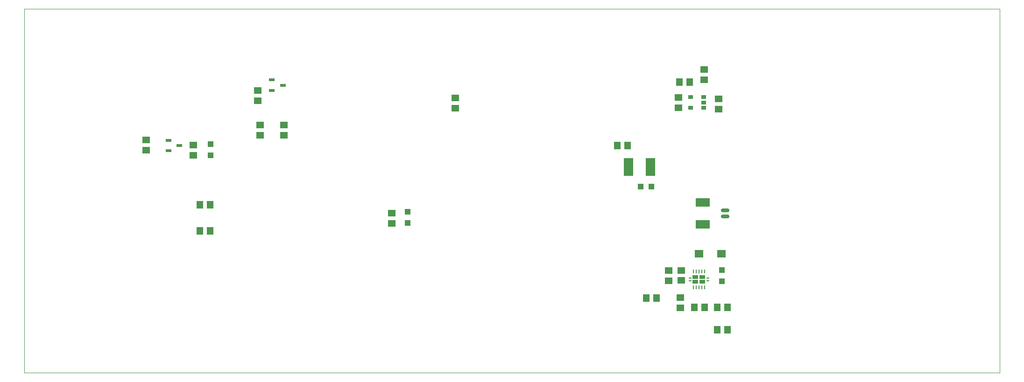
<source format=gbp>
%FSLAX25Y25*%
%MOIN*%
G70*
G01*
G75*
G04 Layer_Color=128*
G04:AMPARAMS|DCode=10|XSize=23.62mil|YSize=61.02mil|CornerRadius=5.91mil|HoleSize=0mil|Usage=FLASHONLY|Rotation=0.000|XOffset=0mil|YOffset=0mil|HoleType=Round|Shape=RoundedRectangle|*
%AMROUNDEDRECTD10*
21,1,0.02362,0.04921,0,0,0.0*
21,1,0.01181,0.06102,0,0,0.0*
1,1,0.01181,0.00591,-0.02461*
1,1,0.01181,-0.00591,-0.02461*
1,1,0.01181,-0.00591,0.02461*
1,1,0.01181,0.00591,0.02461*
%
%ADD10ROUNDEDRECTD10*%
%ADD11R,0.05906X0.09843*%
%ADD12O,0.07480X0.02362*%
%ADD13O,0.01378X0.07087*%
%ADD14R,0.09843X0.05906*%
G04:AMPARAMS|DCode=15|XSize=23.62mil|YSize=61.02mil|CornerRadius=5.91mil|HoleSize=0mil|Usage=FLASHONLY|Rotation=270.000|XOffset=0mil|YOffset=0mil|HoleType=Round|Shape=RoundedRectangle|*
%AMROUNDEDRECTD15*
21,1,0.02362,0.04921,0,0,270.0*
21,1,0.01181,0.06102,0,0,270.0*
1,1,0.01181,-0.02461,-0.00591*
1,1,0.01181,-0.02461,0.00591*
1,1,0.01181,0.02461,0.00591*
1,1,0.01181,0.02461,-0.00591*
%
%ADD15ROUNDEDRECTD15*%
%ADD16R,0.03937X0.05315*%
%ADD17R,0.04134X0.04331*%
%ADD18R,0.03150X0.01969*%
%ADD19R,0.01969X0.03150*%
%ADD20R,0.04724X0.05315*%
%ADD21R,0.05315X0.04724*%
%ADD22R,0.05709X0.04528*%
%ADD23R,0.04528X0.05709*%
%ADD24C,0.03937*%
%ADD25C,0.01500*%
%ADD26C,0.02000*%
%ADD27C,0.01300*%
%ADD28C,0.04000*%
%ADD29C,0.05000*%
%ADD30C,0.03000*%
%ADD31C,0.06500*%
%ADD32C,0.06000*%
%ADD33C,0.00100*%
%ADD34C,0.07874*%
%ADD35R,0.05906X0.05906*%
%ADD36C,0.05906*%
%ADD37C,0.11024*%
%ADD38C,0.15354*%
%ADD39C,0.06000*%
%ADD40C,0.11417*%
%ADD41R,0.05906X0.05906*%
%ADD42P,0.05966X8X112.5*%
%ADD43C,0.05512*%
%ADD44C,0.11811*%
%ADD45C,0.05000*%
%ADD46C,0.02284*%
%ADD47C,0.10236*%
%ADD48C,0.15700*%
%ADD49C,0.04000*%
%ADD50C,0.02000*%
%ADD51C,0.06200*%
%ADD52R,0.06693X0.12598*%
%ADD53R,0.09449X0.06496*%
%ADD54O,0.01102X0.03347*%
%ADD55R,0.03543X0.02559*%
%ADD56R,0.06102X0.05512*%
%ADD57R,0.04331X0.04134*%
%ADD58R,0.03937X0.02362*%
%ADD59C,0.04500*%
%ADD60C,0.01000*%
%ADD61C,0.02500*%
%ADD62C,0.07000*%
%ADD63C,0.03500*%
%ADD64C,0.05500*%
%ADD65R,0.02756X0.01102*%
%ADD66C,0.01575*%
%ADD67C,0.02362*%
%ADD68C,0.00787*%
%ADD69C,0.00800*%
G04:AMPARAMS|DCode=70|XSize=31.62mil|YSize=69.02mil|CornerRadius=9.91mil|HoleSize=0mil|Usage=FLASHONLY|Rotation=0.000|XOffset=0mil|YOffset=0mil|HoleType=Round|Shape=RoundedRectangle|*
%AMROUNDEDRECTD70*
21,1,0.03162,0.04921,0,0,0.0*
21,1,0.01181,0.06902,0,0,0.0*
1,1,0.01981,0.00591,-0.02461*
1,1,0.01981,-0.00591,-0.02461*
1,1,0.01981,-0.00591,0.02461*
1,1,0.01981,0.00591,0.02461*
%
%ADD70ROUNDEDRECTD70*%
%ADD71R,0.06706X0.10642*%
%ADD72O,0.08280X0.03162*%
%ADD73O,0.02178X0.07887*%
%ADD74R,0.10642X0.06706*%
G04:AMPARAMS|DCode=75|XSize=31.62mil|YSize=69.02mil|CornerRadius=9.91mil|HoleSize=0mil|Usage=FLASHONLY|Rotation=270.000|XOffset=0mil|YOffset=0mil|HoleType=Round|Shape=RoundedRectangle|*
%AMROUNDEDRECTD75*
21,1,0.03162,0.04921,0,0,270.0*
21,1,0.01181,0.06902,0,0,270.0*
1,1,0.01981,-0.02461,-0.00591*
1,1,0.01981,-0.02461,0.00591*
1,1,0.01981,0.02461,0.00591*
1,1,0.01981,0.02461,-0.00591*
%
%ADD75ROUNDEDRECTD75*%
%ADD76R,0.04737X0.06115*%
%ADD77R,0.04934X0.05131*%
%ADD78R,0.03950X0.02769*%
%ADD79R,0.02769X0.03950*%
%ADD80R,0.05524X0.06115*%
%ADD81R,0.06115X0.05524*%
%ADD82R,0.06509X0.05328*%
%ADD83R,0.05328X0.06509*%
%ADD84C,0.08674*%
%ADD85R,0.06706X0.06706*%
%ADD86C,0.06706*%
%ADD87C,0.11824*%
%ADD88C,0.16154*%
%ADD89C,0.06800*%
%ADD90C,0.12217*%
%ADD91R,0.06706X0.06706*%
%ADD92P,0.06832X8X112.5*%
%ADD93C,0.06312*%
%ADD94C,0.12611*%
%ADD95C,0.05800*%
%ADD96C,0.03084*%
%ADD97C,0.11036*%
%ADD98C,0.16500*%
%ADD99C,0.04800*%
%ADD100C,0.02800*%
%ADD101C,0.07000*%
%ADD102R,0.07493X0.13398*%
%ADD103R,0.10000X0.07047*%
%ADD104O,0.01654X0.03898*%
%ADD105R,0.04343X0.03359*%
%ADD106R,0.06902X0.06312*%
%ADD107R,0.05131X0.04934*%
%ADD108R,0.04737X0.03162*%
%ADD109R,0.03556X0.01902*%
%ADD110R,0.04134X0.02677*%
%ADD111R,0.01969X0.01024*%
%ADD112O,0.00906X0.03150*%
D14*
X484150Y106100D02*
D03*
Y121700D02*
D03*
D15*
X500350Y116100D02*
D03*
Y111900D02*
D03*
D17*
X132750Y163350D02*
D03*
Y155476D02*
D03*
X273399Y115005D02*
D03*
Y107131D02*
D03*
X498008Y73337D02*
D03*
Y65463D02*
D03*
D20*
X474719Y207732D02*
D03*
X467435D02*
D03*
X501850Y46900D02*
D03*
X494567D02*
D03*
X443867Y53500D02*
D03*
X451150D02*
D03*
X485550Y46900D02*
D03*
X478267D02*
D03*
D21*
X168350Y169858D02*
D03*
Y177142D02*
D03*
X307482Y189248D02*
D03*
Y196531D02*
D03*
X166419Y194558D02*
D03*
Y201842D02*
D03*
X86850Y166292D02*
D03*
Y159009D02*
D03*
X485050Y209580D02*
D03*
Y216863D02*
D03*
X468109Y53842D02*
D03*
Y46558D02*
D03*
D22*
X185350Y177142D02*
D03*
Y169858D02*
D03*
X120390Y162709D02*
D03*
Y155426D02*
D03*
X262150Y106934D02*
D03*
Y114217D02*
D03*
X467035Y189500D02*
D03*
Y196783D02*
D03*
X495450Y188558D02*
D03*
Y195842D02*
D03*
X459709Y65916D02*
D03*
Y73200D02*
D03*
X468709Y73242D02*
D03*
Y65958D02*
D03*
D23*
X132392Y101323D02*
D03*
X125109D02*
D03*
X430492Y162513D02*
D03*
X423209D02*
D03*
X132392Y119960D02*
D03*
X125109D02*
D03*
X501950Y30700D02*
D03*
X494667D02*
D03*
D33*
X696300Y0D02*
Y260000D01*
X-0D02*
X696300D01*
X-0Y0D02*
X696300D01*
X-0D02*
Y260000D01*
D52*
X446924Y147200D02*
D03*
X431176D02*
D03*
D55*
X484974Y196972D02*
D03*
Y193232D02*
D03*
Y189492D02*
D03*
X475526D02*
D03*
Y196972D02*
D03*
D56*
X497481Y85100D02*
D03*
X481536D02*
D03*
D57*
X447687Y133000D02*
D03*
X439813D02*
D03*
D58*
X102813Y158772D02*
D03*
Y166253D02*
D03*
X110687Y162513D02*
D03*
X176682Y201860D02*
D03*
Y209340D02*
D03*
X184556Y205600D02*
D03*
D110*
X479009Y68571D02*
D03*
X479009Y65029D02*
D03*
X484008Y65028D02*
D03*
X484008Y68571D02*
D03*
D111*
X475092Y67784D02*
D03*
Y65816D02*
D03*
X487925Y65816D02*
D03*
Y67784D02*
D03*
D112*
X477571Y72607D02*
D03*
X479540D02*
D03*
X481508D02*
D03*
X483477D02*
D03*
X485445D02*
D03*
Y60993D02*
D03*
X483477D02*
D03*
X481508D02*
D03*
X479540D02*
D03*
X477571D02*
D03*
M02*

</source>
